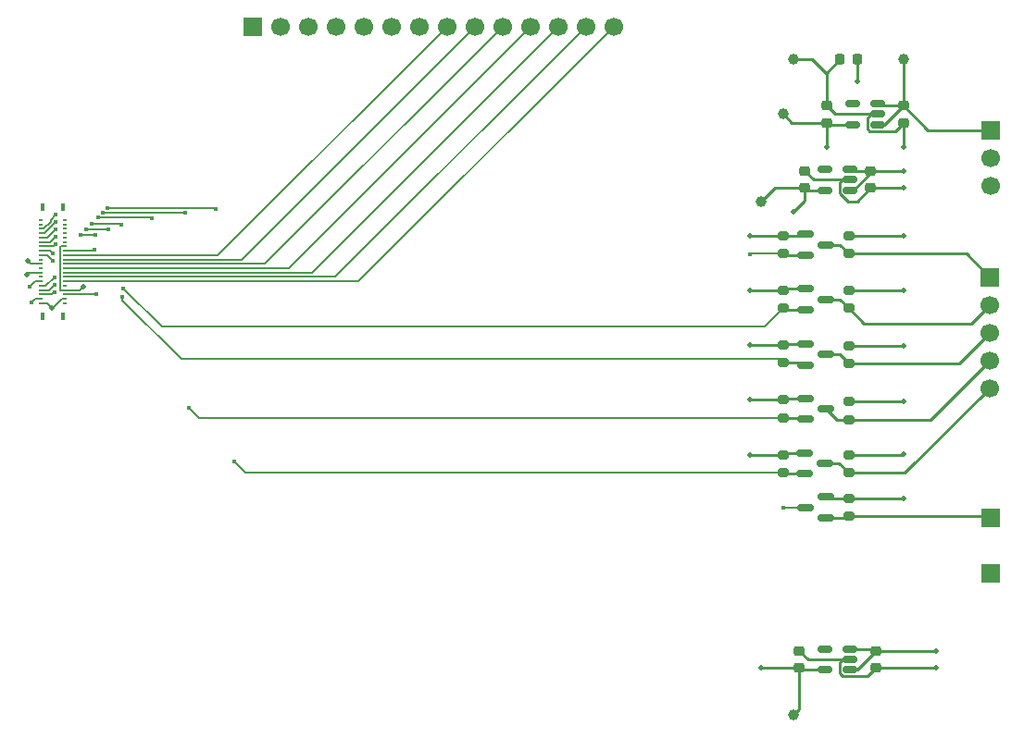
<source format=gbr>
%TF.GenerationSoftware,KiCad,Pcbnew,9.0.2*%
%TF.CreationDate,2025-06-27T23:26:37+02:00*%
%TF.ProjectId,gp-bbq20kbd-breakout-board,67702d62-6271-4323-906b-62642d627265,rev?*%
%TF.SameCoordinates,Original*%
%TF.FileFunction,Copper,L1,Top*%
%TF.FilePolarity,Positive*%
%FSLAX46Y46*%
G04 Gerber Fmt 4.6, Leading zero omitted, Abs format (unit mm)*
G04 Created by KiCad (PCBNEW 9.0.2) date 2025-06-27 23:26:37*
%MOMM*%
%LPD*%
G01*
G04 APERTURE LIST*
G04 Aperture macros list*
%AMRoundRect*
0 Rectangle with rounded corners*
0 $1 Rounding radius*
0 $2 $3 $4 $5 $6 $7 $8 $9 X,Y pos of 4 corners*
0 Add a 4 corners polygon primitive as box body*
4,1,4,$2,$3,$4,$5,$6,$7,$8,$9,$2,$3,0*
0 Add four circle primitives for the rounded corners*
1,1,$1+$1,$2,$3*
1,1,$1+$1,$4,$5*
1,1,$1+$1,$6,$7*
1,1,$1+$1,$8,$9*
0 Add four rect primitives between the rounded corners*
20,1,$1+$1,$2,$3,$4,$5,0*
20,1,$1+$1,$4,$5,$6,$7,0*
20,1,$1+$1,$6,$7,$8,$9,0*
20,1,$1+$1,$8,$9,$2,$3,0*%
G04 Aperture macros list end*
%TA.AperFunction,SMDPad,CuDef*%
%ADD10RoundRect,0.150000X-0.587500X-0.150000X0.587500X-0.150000X0.587500X0.150000X-0.587500X0.150000X0*%
%TD*%
%TA.AperFunction,SMDPad,CuDef*%
%ADD11RoundRect,0.150000X0.512500X0.150000X-0.512500X0.150000X-0.512500X-0.150000X0.512500X-0.150000X0*%
%TD*%
%TA.AperFunction,SMDPad,CuDef*%
%ADD12RoundRect,0.225000X-0.250000X0.225000X-0.250000X-0.225000X0.250000X-0.225000X0.250000X0.225000X0*%
%TD*%
%TA.AperFunction,SMDPad,CuDef*%
%ADD13RoundRect,0.200000X0.275000X-0.200000X0.275000X0.200000X-0.275000X0.200000X-0.275000X-0.200000X0*%
%TD*%
%TA.AperFunction,SMDPad,CuDef*%
%ADD14R,0.431800X0.254000*%
%TD*%
%TA.AperFunction,SMDPad,CuDef*%
%ADD15R,0.330200X0.762000*%
%TD*%
%TA.AperFunction,ComponentPad*%
%ADD16R,1.700000X1.700000*%
%TD*%
%TA.AperFunction,SMDPad,CuDef*%
%ADD17RoundRect,0.218750X-0.218750X-0.256250X0.218750X-0.256250X0.218750X0.256250X-0.218750X0.256250X0*%
%TD*%
%TA.AperFunction,SMDPad,CuDef*%
%ADD18C,1.000000*%
%TD*%
%TA.AperFunction,ComponentPad*%
%ADD19C,1.700000*%
%TD*%
%TA.AperFunction,SMDPad,CuDef*%
%ADD20RoundRect,0.225000X0.250000X-0.225000X0.250000X0.225000X-0.250000X0.225000X-0.250000X-0.225000X0*%
%TD*%
%TA.AperFunction,SMDPad,CuDef*%
%ADD21RoundRect,0.200000X-0.275000X0.200000X-0.275000X-0.200000X0.275000X-0.200000X0.275000X0.200000X0*%
%TD*%
%TA.AperFunction,SMDPad,CuDef*%
%ADD22RoundRect,0.150000X0.587500X0.150000X-0.587500X0.150000X-0.587500X-0.150000X0.587500X-0.150000X0*%
%TD*%
%TA.AperFunction,ViaPad*%
%ADD23C,0.500000*%
%TD*%
%TA.AperFunction,ViaPad*%
%ADD24C,0.400000*%
%TD*%
%TA.AperFunction,Conductor*%
%ADD25C,0.250000*%
%TD*%
%TA.AperFunction,Conductor*%
%ADD26C,0.200000*%
%TD*%
G04 APERTURE END LIST*
D10*
%TO.P,Q3,1,G*%
%TO.N,+1V8*%
X171062500Y-81050000D03*
%TO.P,Q3,2,S*%
%TO.N,/bbq20kbd_connector/TP_SCL_1V8*%
X171062500Y-82950000D03*
%TO.P,Q3,3,D*%
%TO.N,/TP_SCL*%
X172937500Y-82000000D03*
%TD*%
D11*
%TO.P,U3,1,IN*%
%TO.N,+3V3*%
X175137500Y-110862500D03*
%TO.P,U3,2,GND*%
%TO.N,GND*%
X175137500Y-109912500D03*
%TO.P,U3,3,EN*%
%TO.N,+3V3*%
X175137500Y-108962500D03*
%TO.P,U3,4,NR*%
%TO.N,unconnected-(U3-NR-Pad4)*%
X172862500Y-108962500D03*
%TO.P,U3,5,OUT*%
%TO.N,+2V8*%
X172862500Y-110862500D03*
%TD*%
D12*
%TO.P,C3,1*%
%TO.N,+3V3*%
X177000000Y-65225000D03*
%TO.P,C3,2*%
%TO.N,GND*%
X177000000Y-66775000D03*
%TD*%
D13*
%TO.P,R9,1*%
%TO.N,/TP_RESET*%
X175000000Y-92825000D03*
%TO.P,R9,2*%
%TO.N,+3V3*%
X175000000Y-91175000D03*
%TD*%
%TO.P,R6,1*%
%TO.N,/bbq20kbd_connector/TP_SCL_1V8*%
X169000000Y-82775000D03*
%TO.P,R6,2*%
%TO.N,+1V8*%
X169000000Y-81125000D03*
%TD*%
%TO.P,R7,1*%
%TO.N,/TP_MOTION*%
X175000000Y-87950000D03*
%TO.P,R7,2*%
%TO.N,+3V3*%
X175000000Y-86300000D03*
%TD*%
%TO.P,R3,1*%
%TO.N,/TP_SDA*%
X175000000Y-77775000D03*
%TO.P,R3,2*%
%TO.N,+3V3*%
X175000000Y-76125000D03*
%TD*%
D10*
%TO.P,Q4,1,G*%
%TO.N,+1V8*%
X171062500Y-86000000D03*
%TO.P,Q4,2,S*%
%TO.N,/bbq20kbd_connector/TP_MOTION_1V8*%
X171062500Y-87900000D03*
%TO.P,Q4,3,D*%
%TO.N,/TP_MOTION*%
X172937500Y-86950000D03*
%TD*%
D14*
%TO.P,J8,1,GND*%
%TO.N,GND*%
X101116200Y-77300000D03*
%TO.P,J8,2,~{TP_RESET}*%
%TO.N,/bbq20kbd_connector/TP_RESET_1V8*%
X101116200Y-76899998D03*
%TO.P,J8,3,TP_MOTION*%
%TO.N,/bbq20kbd_connector/TP_MOTION_1V8*%
X101116200Y-76499999D03*
%TO.P,J8,4,TP_SCL*%
%TO.N,/bbq20kbd_connector/TP_SCL_1V8*%
X101116200Y-76100000D03*
%TO.P,J8,5,TP_SCA*%
%TO.N,/bbq20kbd_connector/TP_SDA_1V8*%
X101116200Y-75700001D03*
%TO.P,J8,6,~{TP_SHUTDOWN}*%
%TO.N,/bbq20kbd_connector/TP_SHUTDOWN_1V8*%
X101116200Y-75299999D03*
%TO.P,J8,7,N.C*%
%TO.N,unconnected-(J8-N.C-Pad7)*%
X101116200Y-74900000D03*
%TO.P,J8,8,VDD_KBD*%
%TO.N,+2V8*%
X101116200Y-74500001D03*
%TO.P,J8,9,N.C*%
%TO.N,unconnected-(J8-N.C-Pad9)*%
X101116200Y-74099999D03*
%TO.P,J8,10,VDD_TP*%
%TO.N,+1V8*%
X101116200Y-73700000D03*
%TO.P,J8,11,N.C*%
%TO.N,unconnected-(J8-N.C-Pad11)*%
X101116200Y-73300000D03*
%TO.P,J8,12,KBD_COL0*%
%TO.N,/KBD_COL0*%
X101116200Y-72900001D03*
%TO.P,J8,13,KBD_COL1*%
%TO.N,/KBD_COL1*%
X101116200Y-72499999D03*
%TO.P,J8,14,KBD_COL2*%
%TO.N,/KBD_COL2*%
X101116200Y-72100000D03*
%TO.P,J8,15,KBD_COL3*%
%TO.N,/KBD_COL3*%
X101116200Y-71700001D03*
%TO.P,J8,16,KBD_COL4*%
%TO.N,/KBD_COL4*%
X101116200Y-71299999D03*
%TO.P,J8,17,KBD_COL5*%
%TO.N,/KBD_COL5*%
X101116200Y-70900000D03*
%TO.P,J8,18,KBD_COL6*%
%TO.N,/KBD_COL6*%
X101116200Y-70500001D03*
%TO.P,J8,19,N.C*%
%TO.N,unconnected-(J8-N.C-Pad19)*%
X101116200Y-70099999D03*
%TO.P,J8,20,N.C*%
%TO.N,unconnected-(J8-N.C-Pad20)*%
X101116200Y-69700000D03*
%TO.P,J8,21,N.C*%
%TO.N,unconnected-(J8-N.C-Pad21)*%
X103296200Y-77300000D03*
%TO.P,J8,22,AGND*%
%TO.N,GND*%
X103296200Y-76899998D03*
%TO.P,J8,23,MIC*%
%TO.N,/MIC*%
X103296200Y-76499999D03*
%TO.P,J8,24,VDD_MIC*%
%TO.N,+3V3*%
X103296200Y-76100000D03*
%TO.P,J8,25,N.C*%
%TO.N,unconnected-(J8-N.C-Pad25)*%
X103296200Y-75700001D03*
%TO.P,J8,26,KBD_ROW6*%
%TO.N,/KBD_ROW6*%
X103296200Y-75299999D03*
%TO.P,J8,27,KBD_ROW5*%
%TO.N,/KBD_ROW5*%
X103296200Y-74900000D03*
%TO.P,J8,28,KBD_ROW4*%
%TO.N,/KBD_ROW4*%
X103296200Y-74500001D03*
%TO.P,J8,29,KBD_ROW3*%
%TO.N,/KBD_ROW3*%
X103296200Y-74099999D03*
%TO.P,J8,30,KBD_ROW2*%
%TO.N,/KBD_ROW2*%
X103296200Y-73700000D03*
%TO.P,J8,31,KBD_ROW1*%
%TO.N,/KBD_ROW1*%
X103296200Y-73300000D03*
%TO.P,J8,32,KBD_ROW0*%
%TO.N,/KBD_ROW0*%
X103296200Y-72900001D03*
%TO.P,J8,33,BKL*%
%TO.N,/bbq20kbd_connector/BKL*%
X103296200Y-72499999D03*
%TO.P,J8,34,VDD_BKL*%
%TO.N,+3V3*%
X103296200Y-72100000D03*
%TO.P,J8,35,N.C*%
%TO.N,unconnected-(J8-N.C-Pad35)*%
X103296200Y-71700001D03*
%TO.P,J8,36,N.C*%
%TO.N,unconnected-(J8-N.C-Pad36)*%
X103296200Y-71299999D03*
%TO.P,J8,37,N.C*%
%TO.N,unconnected-(J8-N.C-Pad37)*%
X103296200Y-70900000D03*
%TO.P,J8,38,N.C*%
%TO.N,unconnected-(J8-N.C-Pad38)*%
X103296200Y-70500001D03*
%TO.P,J8,39,N.C*%
%TO.N,unconnected-(J8-N.C-Pad39)*%
X103296200Y-70099999D03*
%TO.P,J8,40,N.C*%
%TO.N,unconnected-(J8-N.C-Pad40)*%
X103296200Y-69700000D03*
D15*
%TO.P,J8,41,N.C*%
%TO.N,unconnected-(J8-N.C-Pad41)*%
X103131199Y-78510000D03*
%TO.P,J8,42,N.C*%
%TO.N,unconnected-(J8-N.C-Pad42)*%
X103131199Y-68490000D03*
%TO.P,J8,43,N.C*%
%TO.N,unconnected-(J8-N.C-Pad43)*%
X101281200Y-78510000D03*
%TO.P,J8,44,N.C*%
%TO.N,unconnected-(J8-N.C-Pad44)*%
X101281200Y-68490000D03*
%TD*%
D16*
%TO.P,J5,1,Pin_1*%
%TO.N,/KBD_BKL*%
X188000000Y-97000000D03*
%TD*%
D17*
%TO.P,D1,1,K*%
%TO.N,GND*%
X174212500Y-55000000D03*
%TO.P,D1,2,A*%
%TO.N,+3V3*%
X175787500Y-55000000D03*
%TD*%
D13*
%TO.P,R2,1*%
%TO.N,/bbq20kbd_connector/TP_SHUTDOWN_1V8*%
X169000000Y-72775000D03*
%TO.P,R2,2*%
%TO.N,+1V8*%
X169000000Y-71125000D03*
%TD*%
D10*
%TO.P,Q2,1,G*%
%TO.N,+1V8*%
X171062500Y-76000000D03*
%TO.P,Q2,2,S*%
%TO.N,/bbq20kbd_connector/TP_SDA_1V8*%
X171062500Y-77900000D03*
%TO.P,Q2,3,D*%
%TO.N,/TP_SDA*%
X172937500Y-76950000D03*
%TD*%
D18*
%TO.P,TP3,1,1*%
%TO.N,+2V8*%
X170000000Y-115000000D03*
%TD*%
%TO.P,TP1,1,1*%
%TO.N,+5V*%
X180000000Y-55000000D03*
%TD*%
D16*
%TO.P,J3,1,Pin_1*%
%TO.N,/TP_SHUTDOWN*%
X187900000Y-74920000D03*
D19*
%TO.P,J3,2,Pin_2*%
%TO.N,/TP_SDA*%
X187900000Y-77460000D03*
%TO.P,J3,3,Pin_3*%
%TO.N,/TP_SCL*%
X187900000Y-80000000D03*
%TO.P,J3,4,Pin_4*%
%TO.N,/TP_MOTION*%
X187900000Y-82540000D03*
%TO.P,J3,5,Pin_5*%
%TO.N,/TP_RESET*%
X187900000Y-85080000D03*
%TD*%
D10*
%TO.P,Q1,1,G*%
%TO.N,+1V8*%
X171062500Y-71000000D03*
%TO.P,Q1,2,S*%
%TO.N,/bbq20kbd_connector/TP_SHUTDOWN_1V8*%
X171062500Y-72900000D03*
%TO.P,Q1,3,D*%
%TO.N,/TP_SHUTDOWN*%
X172937500Y-71950000D03*
%TD*%
D20*
%TO.P,C6,1*%
%TO.N,+2V8*%
X170500000Y-110687500D03*
%TO.P,C6,2*%
%TO.N,GND*%
X170500000Y-109137500D03*
%TD*%
D16*
%TO.P,J1,1,Pin_1*%
%TO.N,+5V*%
X188000000Y-61460000D03*
D19*
%TO.P,J1,2,Pin_2*%
%TO.N,+3V3*%
X188000000Y-64000000D03*
%TO.P,J1,3,Pin_3*%
%TO.N,GND*%
X188000000Y-66540000D03*
%TD*%
D10*
%TO.P,Q5,1,G*%
%TO.N,+1V8*%
X171000000Y-91000000D03*
%TO.P,Q5,2,S*%
%TO.N,/bbq20kbd_connector/TP_RESET_1V8*%
X171000000Y-92900000D03*
%TO.P,Q5,3,D*%
%TO.N,/TP_RESET*%
X172875000Y-91950000D03*
%TD*%
D13*
%TO.P,R4,1*%
%TO.N,/bbq20kbd_connector/TP_SDA_1V8*%
X169000000Y-77775000D03*
%TO.P,R4,2*%
%TO.N,+1V8*%
X169000000Y-76125000D03*
%TD*%
D20*
%TO.P,C4,1*%
%TO.N,+1V8*%
X171000000Y-66725000D03*
%TO.P,C4,2*%
%TO.N,GND*%
X171000000Y-65175000D03*
%TD*%
D13*
%TO.P,R10,1*%
%TO.N,/bbq20kbd_connector/TP_RESET_1V8*%
X169000000Y-92825000D03*
%TO.P,R10,2*%
%TO.N,+1V8*%
X169000000Y-91175000D03*
%TD*%
%TO.P,R5,1*%
%TO.N,/TP_SCL*%
X175000000Y-82825000D03*
%TO.P,R5,2*%
%TO.N,+3V3*%
X175000000Y-81175000D03*
%TD*%
D11*
%TO.P,U1,1,IN*%
%TO.N,+5V*%
X177637500Y-60950000D03*
%TO.P,U1,2,GND*%
%TO.N,GND*%
X177637500Y-60000000D03*
%TO.P,U1,3,EN*%
%TO.N,+5V*%
X177637500Y-59050000D03*
%TO.P,U1,4,NR*%
%TO.N,unconnected-(U1-NR-Pad4)*%
X175362500Y-59050000D03*
%TO.P,U1,5,OUT*%
%TO.N,+3V3*%
X175362500Y-60950000D03*
%TD*%
D16*
%TO.P,J2,1,Pin_1*%
%TO.N,/KBD_COL0*%
X120490000Y-52000000D03*
D19*
%TO.P,J2,2,Pin_2*%
%TO.N,/KBD_COL1*%
X123030000Y-52000000D03*
%TO.P,J2,3,Pin_3*%
%TO.N,/KBD_COL2*%
X125570000Y-52000000D03*
%TO.P,J2,4,Pin_4*%
%TO.N,/KBD_COL3*%
X128110000Y-52000000D03*
%TO.P,J2,5,Pin_5*%
%TO.N,/KBD_COL4*%
X130650000Y-52000000D03*
%TO.P,J2,6,Pin_6*%
%TO.N,/KBD_COL5*%
X133190000Y-52000000D03*
%TO.P,J2,7,Pin_7*%
%TO.N,/KBD_COL6*%
X135730000Y-52000000D03*
%TO.P,J2,8,Pin_8*%
%TO.N,/KBD_ROW0*%
X138270000Y-52000000D03*
%TO.P,J2,9,Pin_9*%
%TO.N,/KBD_ROW1*%
X140810000Y-52000000D03*
%TO.P,J2,10,Pin_10*%
%TO.N,/KBD_ROW2*%
X143350000Y-52000000D03*
%TO.P,J2,11,Pin_11*%
%TO.N,/KBD_ROW3*%
X145890000Y-52000000D03*
%TO.P,J2,12,Pin_12*%
%TO.N,/KBD_ROW4*%
X148430000Y-52000000D03*
%TO.P,J2,13,Pin_13*%
%TO.N,/KBD_ROW5*%
X150970000Y-52000000D03*
%TO.P,J2,14,Pin_14*%
%TO.N,/KBD_ROW6*%
X153510000Y-52000000D03*
%TD*%
D18*
%TO.P,TP5,1,1*%
%TO.N,GND*%
X170000000Y-55000000D03*
%TD*%
D20*
%TO.P,C5,1*%
%TO.N,GND*%
X177500000Y-110687500D03*
%TO.P,C5,2*%
%TO.N,+3V3*%
X177500000Y-109137500D03*
%TD*%
D11*
%TO.P,U2,1,IN*%
%TO.N,+3V3*%
X175137500Y-66950000D03*
%TO.P,U2,2,GND*%
%TO.N,GND*%
X175137500Y-66000000D03*
%TO.P,U2,3,EN*%
%TO.N,+3V3*%
X175137500Y-65050000D03*
%TO.P,U2,4,NR*%
%TO.N,unconnected-(U2-NR-Pad4)*%
X172862500Y-65050000D03*
%TO.P,U2,5,OUT*%
%TO.N,+1V8*%
X172862500Y-66950000D03*
%TD*%
D18*
%TO.P,TP4,1,1*%
%TO.N,+1V8*%
X167000000Y-68000000D03*
%TD*%
D16*
%TO.P,J4,1,Pin_1*%
%TO.N,/MIC*%
X188000000Y-102000000D03*
%TD*%
D21*
%TO.P,R11,1*%
%TO.N,GND*%
X175000000Y-95175000D03*
%TO.P,R11,2*%
%TO.N,/KBD_BKL*%
X175000000Y-96825000D03*
%TD*%
D13*
%TO.P,R1,1*%
%TO.N,/TP_SHUTDOWN*%
X175000000Y-72775000D03*
%TO.P,R1,2*%
%TO.N,+3V3*%
X175000000Y-71125000D03*
%TD*%
D12*
%TO.P,C1,1*%
%TO.N,+5V*%
X180000000Y-59225000D03*
%TO.P,C1,2*%
%TO.N,GND*%
X180000000Y-60775000D03*
%TD*%
D22*
%TO.P,Q6,1,G*%
%TO.N,/KBD_BKL*%
X172937500Y-96950000D03*
%TO.P,Q6,2,S*%
%TO.N,GND*%
X172937500Y-95050000D03*
%TO.P,Q6,3,D*%
%TO.N,/bbq20kbd_connector/BKL*%
X171062500Y-96000000D03*
%TD*%
D18*
%TO.P,TP2,1,1*%
%TO.N,+3V3*%
X169000000Y-60000000D03*
%TD*%
D20*
%TO.P,C2,1*%
%TO.N,+3V3*%
X173000000Y-60775000D03*
%TO.P,C2,2*%
%TO.N,GND*%
X173000000Y-59225000D03*
%TD*%
D13*
%TO.P,R8,1*%
%TO.N,/bbq20kbd_connector/TP_MOTION_1V8*%
X169000000Y-87775000D03*
%TO.P,R8,2*%
%TO.N,+1V8*%
X169000000Y-86125000D03*
%TD*%
D23*
%TO.N,+1V8*%
X170000000Y-68900000D03*
%TO.N,+3V3*%
X180030000Y-91140000D03*
%TO.N,GND*%
X183010000Y-110690000D03*
X180000000Y-95140000D03*
X102120000Y-77730000D03*
X179995000Y-66775000D03*
X180010000Y-62990000D03*
%TO.N,+3V3*%
X180000000Y-76120000D03*
X180000000Y-71120000D03*
X180020000Y-81190000D03*
X105010000Y-75820000D03*
X180000000Y-86300000D03*
X173000000Y-63000000D03*
X175790000Y-57010000D03*
X180010000Y-65210000D03*
X182990000Y-109140000D03*
%TO.N,+1V8*%
X165990000Y-71130000D03*
X165990000Y-81120000D03*
X165990000Y-91180000D03*
X166000000Y-86140000D03*
X166000000Y-76120000D03*
X99910000Y-73430000D03*
%TO.N,+2V8*%
X166960000Y-110670000D03*
X99883412Y-74716588D03*
D24*
%TO.N,/KBD_COL6*%
X107226801Y-68553152D03*
X102480000Y-69206317D03*
X117163199Y-68663199D03*
%TO.N,/KBD_COL2*%
X102480000Y-71891228D03*
X107320000Y-70580000D03*
X105286801Y-70546801D03*
%TO.N,/KBD_COL3*%
X102480000Y-71220000D03*
X105801801Y-70031801D03*
X108458199Y-70078199D03*
%TO.N,/KBD_COL1*%
X104776801Y-71056801D03*
X102270000Y-72760000D03*
X106150000Y-71020000D03*
%TO.N,/KBD_COL4*%
X106350901Y-69482702D03*
X111248199Y-69498199D03*
X102480000Y-70548772D03*
%TO.N,/KBD_COL0*%
X102200000Y-73400000D03*
%TO.N,/KBD_COL5*%
X114350000Y-69030000D03*
X102480000Y-69877545D03*
X106830450Y-69003152D03*
%TO.N,/bbq20kbd_connector/TP_SHUTDOWN_1V8*%
X100100000Y-75790000D03*
X166000000Y-72830000D03*
%TO.N,/bbq20kbd_connector/TP_SCL_1V8*%
X102380301Y-75617106D03*
X108620000Y-76720000D03*
%TO.N,/MIC*%
X106180000Y-76490000D03*
%TO.N,/bbq20kbd_connector/TP_SDA_1V8*%
X108700000Y-75930000D03*
X102380300Y-74910000D03*
%TO.N,/bbq20kbd_connector/TP_MOTION_1V8*%
X114666446Y-86863554D03*
X102420000Y-76330000D03*
%TO.N,/bbq20kbd_connector/TP_RESET_1V8*%
X100260000Y-77270000D03*
X118790000Y-91800000D03*
%TO.N,/bbq20kbd_connector/BKL*%
X169000000Y-95990000D03*
X106020000Y-72430000D03*
%TD*%
D25*
%TO.N,/TP_RESET*%
X172875000Y-91950000D02*
X174125000Y-91950000D01*
X174125000Y-91950000D02*
X175000000Y-92825000D01*
%TO.N,+1V8*%
X171000000Y-67900000D02*
X170000000Y-68900000D01*
X171000000Y-66725000D02*
X171000000Y-67900000D01*
X171062500Y-86000000D02*
X169125000Y-86000000D01*
X169125000Y-86000000D02*
X169000000Y-86125000D01*
%TO.N,/bbq20kbd_connector/TP_MOTION_1V8*%
X171062500Y-87817500D02*
X171100000Y-87780000D01*
X171062500Y-87900000D02*
X171062500Y-87817500D01*
X171095000Y-87775000D02*
X169000000Y-87775000D01*
X171100000Y-87780000D02*
X171095000Y-87775000D01*
%TO.N,+3V3*%
X179995000Y-91175000D02*
X180030000Y-91140000D01*
X175000000Y-91175000D02*
X179995000Y-91175000D01*
%TO.N,+5V*%
X177812500Y-59225000D02*
X177637500Y-59050000D01*
X188000000Y-61460000D02*
X182235000Y-61460000D01*
X182235000Y-61460000D02*
X180000000Y-59225000D01*
X178275000Y-60950000D02*
X180000000Y-59225000D01*
X180000000Y-59225000D02*
X177812500Y-59225000D01*
X180000000Y-59225000D02*
X180000000Y-55000000D01*
X177637500Y-60950000D02*
X178275000Y-60950000D01*
%TO.N,GND*%
X175137500Y-66000000D02*
X171825000Y-66000000D01*
X174475001Y-66000000D02*
X174199000Y-66276001D01*
X171825000Y-66000000D02*
X171000000Y-65175000D01*
X180000000Y-60775000D02*
X180000000Y-62980000D01*
X174199000Y-67280612D02*
X174918388Y-68000000D01*
D26*
X101690000Y-77300000D02*
X102120000Y-77730000D01*
D25*
X177100000Y-60000000D02*
X177637500Y-60000000D01*
X176699000Y-61280612D02*
X176699000Y-60401000D01*
X177637500Y-60000000D02*
X173775000Y-60000000D01*
X175000000Y-95175000D02*
X179965000Y-95175000D01*
X177500000Y-110687500D02*
X176749000Y-111438500D01*
X179249000Y-61526000D02*
X176944388Y-61526000D01*
X175000000Y-95175000D02*
X173062500Y-95175000D01*
X174475001Y-109912500D02*
X175137500Y-109912500D01*
X170000000Y-55000000D02*
X171650000Y-55000000D01*
X180000000Y-60775000D02*
X179249000Y-61526000D01*
D26*
X102120000Y-77730000D02*
X102230000Y-77730000D01*
D25*
X176699000Y-60401000D02*
X177100000Y-60000000D01*
X173000000Y-56212500D02*
X174212500Y-55000000D01*
X176749000Y-111438500D02*
X174444388Y-111438500D01*
X180000000Y-66780000D02*
X179995000Y-66775000D01*
D26*
X103060002Y-76899998D02*
X103296200Y-76899998D01*
D25*
X173000000Y-59225000D02*
X173000000Y-56350000D01*
X170500000Y-109137500D02*
X171275000Y-109912500D01*
X173775000Y-60000000D02*
X173000000Y-59225000D01*
D26*
X101116200Y-77300000D02*
X101690000Y-77300000D01*
D25*
X183007500Y-110687500D02*
X183010000Y-110690000D01*
X174918388Y-68000000D02*
X175775000Y-68000000D01*
X174199000Y-110188501D02*
X174475001Y-109912500D01*
X179965000Y-95175000D02*
X180000000Y-95140000D01*
X176944388Y-61526000D02*
X176699000Y-61280612D01*
X174199000Y-66276001D02*
X174199000Y-67280612D01*
X173062500Y-95175000D02*
X172937500Y-95050000D01*
X171275000Y-109912500D02*
X175137500Y-109912500D01*
X175775000Y-68000000D02*
X177000000Y-66775000D01*
X173000000Y-56350000D02*
X173000000Y-56212500D01*
D26*
X102230000Y-77730000D02*
X103060002Y-76899998D01*
D25*
X177000000Y-66775000D02*
X179995000Y-66775000D01*
X174199000Y-111193112D02*
X174199000Y-110188501D01*
X175137500Y-66000000D02*
X174475001Y-66000000D01*
X180000000Y-62980000D02*
X180010000Y-62990000D01*
X174444388Y-111438500D02*
X174199000Y-111193112D01*
X171650000Y-55000000D02*
X173000000Y-56350000D01*
X177500000Y-110687500D02*
X183007500Y-110687500D01*
D26*
%TO.N,+3V3*%
X102880300Y-76100000D02*
X102880300Y-72170999D01*
X104981479Y-75820000D02*
X105010000Y-75820000D01*
D25*
X173175000Y-60950000D02*
X173000000Y-60775000D01*
X175312500Y-65225000D02*
X175137500Y-65050000D01*
X175137500Y-110862500D02*
X175799999Y-110862500D01*
D26*
X103296200Y-76100000D02*
X104701479Y-76100000D01*
D25*
X173000000Y-60775000D02*
X169775000Y-60775000D01*
X175137500Y-108962500D02*
X177325000Y-108962500D01*
X169775000Y-60775000D02*
X169000000Y-60000000D01*
X175000000Y-86300000D02*
X180000000Y-86300000D01*
X179995000Y-76125000D02*
X180000000Y-76120000D01*
X175137500Y-66950000D02*
X175456612Y-66950000D01*
X177500000Y-109162499D02*
X177500000Y-109137500D01*
X177325000Y-108962500D02*
X177500000Y-109137500D01*
D26*
X102880300Y-72170999D02*
X102951299Y-72100000D01*
X103296200Y-76100000D02*
X102880300Y-76100000D01*
D25*
X177000000Y-65225000D02*
X175312500Y-65225000D01*
X177502500Y-109140000D02*
X182990000Y-109140000D01*
X175799999Y-110862500D02*
X177500000Y-109162499D01*
D26*
X104701479Y-76100000D02*
X104981479Y-75820000D01*
D25*
X177000000Y-65225000D02*
X179995000Y-65225000D01*
X177000000Y-65406612D02*
X177000000Y-65225000D01*
X179995000Y-71125000D02*
X180000000Y-71120000D01*
X175787500Y-57007500D02*
X175790000Y-57010000D01*
D26*
X102951299Y-72100000D02*
X103296200Y-72100000D01*
D25*
X175000000Y-81175000D02*
X180005000Y-81175000D01*
X175362500Y-60950000D02*
X173175000Y-60950000D01*
X175000000Y-76125000D02*
X179995000Y-76125000D01*
X177500000Y-109137500D02*
X177502500Y-109140000D01*
X179995000Y-65225000D02*
X180010000Y-65210000D01*
X175456612Y-66950000D02*
X177000000Y-65406612D01*
X180005000Y-81175000D02*
X180020000Y-81190000D01*
X173000000Y-60775000D02*
X173000000Y-63000000D01*
X175787500Y-55000000D02*
X175787500Y-57007500D01*
X175000000Y-71125000D02*
X179995000Y-71125000D01*
%TO.N,+1V8*%
X169000000Y-86125000D02*
X166015000Y-86125000D01*
X169000000Y-91175000D02*
X165995000Y-91175000D01*
X165995000Y-91175000D02*
X165990000Y-91180000D01*
X168275000Y-66725000D02*
X167000000Y-68000000D01*
X171000000Y-66725000D02*
X168275000Y-66725000D01*
X169000000Y-71125000D02*
X170937500Y-71125000D01*
X167015000Y-76125000D02*
X169000000Y-76125000D01*
X166995000Y-81125000D02*
X169000000Y-81125000D01*
X171062500Y-76000000D02*
X169125000Y-76000000D01*
X169075000Y-81050000D02*
X169000000Y-81125000D01*
D26*
X101116200Y-73700000D02*
X100180000Y-73700000D01*
D25*
X167010000Y-71130000D02*
X167015000Y-71125000D01*
D26*
X100180000Y-73700000D02*
X99910000Y-73430000D01*
D25*
X171000000Y-91000000D02*
X169175000Y-91000000D01*
X167015000Y-71125000D02*
X169000000Y-71125000D01*
X166015000Y-86125000D02*
X166000000Y-86140000D01*
X171062500Y-81050000D02*
X169075000Y-81050000D01*
X169175000Y-91000000D02*
X169000000Y-91175000D01*
X172862500Y-66950000D02*
X171225000Y-66950000D01*
X171225000Y-66950000D02*
X171000000Y-66725000D01*
X165990000Y-71130000D02*
X167010000Y-71130000D01*
X169125000Y-76000000D02*
X169000000Y-76125000D01*
X167010000Y-76120000D02*
X167015000Y-76125000D01*
X166990000Y-81120000D02*
X166995000Y-81125000D01*
X170937500Y-71125000D02*
X171062500Y-71000000D01*
X165990000Y-81120000D02*
X166990000Y-81120000D01*
X166000000Y-76120000D02*
X167010000Y-76120000D01*
%TO.N,+2V8*%
X170500000Y-110687500D02*
X166977500Y-110687500D01*
X170675000Y-110862500D02*
X170500000Y-110687500D01*
X166977500Y-110687500D02*
X166960000Y-110670000D01*
D26*
X99883412Y-74560474D02*
X99893886Y-74550000D01*
D25*
X170500000Y-114500000D02*
X170000000Y-115000000D01*
D26*
X101066201Y-74550000D02*
X101116200Y-74500001D01*
D25*
X170500000Y-110687500D02*
X170500000Y-114500000D01*
D26*
X99893886Y-74550000D02*
X101066201Y-74550000D01*
D25*
X172862500Y-110862500D02*
X170675000Y-110862500D01*
D26*
X99883412Y-74716588D02*
X99883412Y-74560474D01*
%TO.N,/KBD_ROW6*%
X153510000Y-52000000D02*
X130210001Y-75299999D01*
X130210001Y-75299999D02*
X103296200Y-75299999D01*
D25*
%TO.N,/TP_SHUTDOWN*%
X174175000Y-71950000D02*
X175000000Y-72775000D01*
X175000000Y-72775000D02*
X185755000Y-72775000D01*
X185755000Y-72775000D02*
X187900000Y-74920000D01*
X172937500Y-71950000D02*
X174175000Y-71950000D01*
D26*
%TO.N,/KBD_COL6*%
X117053152Y-68553152D02*
X117163199Y-68663199D01*
X102029000Y-69657317D02*
X102480000Y-69206317D01*
X102029000Y-69832157D02*
X102029000Y-69657317D01*
X101361156Y-70500001D02*
X102029000Y-69832157D01*
X107226801Y-68553152D02*
X117053152Y-68553152D01*
X101116200Y-70500001D02*
X101361156Y-70500001D01*
D25*
%TO.N,/TP_RESET*%
X175000000Y-92825000D02*
X180155000Y-92825000D01*
X180155000Y-92825000D02*
X187900000Y-85080000D01*
D26*
%TO.N,/KBD_ROW3*%
X123790000Y-74100000D02*
X103296200Y-74099999D01*
X145890000Y-52000000D02*
X123790000Y-74100000D01*
%TO.N,/KBD_COL2*%
X101116200Y-72100000D02*
X102271228Y-72100000D01*
X105286801Y-70546801D02*
X107286801Y-70546801D01*
X107286801Y-70546801D02*
X107320000Y-70580000D01*
X102271228Y-72100000D02*
X102480000Y-71891228D01*
%TO.N,/KBD_ROW5*%
X150970000Y-52000000D02*
X128070000Y-74900000D01*
X128070000Y-74900000D02*
X103296200Y-74900000D01*
%TO.N,/KBD_COL3*%
X105801801Y-70031801D02*
X108411801Y-70031801D01*
X108411801Y-70031801D02*
X108458199Y-70078199D01*
X101116200Y-71700001D02*
X101999999Y-71700001D01*
X101999999Y-71700001D02*
X102480000Y-71220000D01*
%TO.N,/KBD_COL1*%
X102009999Y-72499999D02*
X101116200Y-72499999D01*
X104776801Y-71056801D02*
X106113199Y-71056801D01*
X102270000Y-72760000D02*
X102009999Y-72499999D01*
X106113199Y-71056801D02*
X106150000Y-71020000D01*
%TO.N,/KBD_ROW1*%
X119510000Y-73300000D02*
X103296200Y-73300000D01*
X140810000Y-52000000D02*
X119510000Y-73300000D01*
%TO.N,/KBD_COL4*%
X101116200Y-71299999D02*
X101728773Y-71299999D01*
X111232702Y-69482702D02*
X111248199Y-69498199D01*
X101728773Y-71299999D02*
X102480000Y-70548772D01*
X106350901Y-69482702D02*
X111232702Y-69482702D01*
%TO.N,/KBD_ROW4*%
X148430000Y-52000000D02*
X125929999Y-74500001D01*
X125929999Y-74500001D02*
X103296200Y-74500001D01*
%TO.N,/KBD_COL0*%
X101116200Y-72900001D02*
X101700001Y-72900001D01*
X101700001Y-72900001D02*
X102200000Y-73400000D01*
%TO.N,/KBD_COL5*%
X114323152Y-69003152D02*
X114350000Y-69030000D01*
X101116200Y-70900000D02*
X101457545Y-70900000D01*
X106830450Y-69003152D02*
X114323152Y-69003152D01*
X101457545Y-70900000D02*
X102480000Y-69877545D01*
%TO.N,/KBD_ROW0*%
X117340000Y-72930000D02*
X138270000Y-52000000D01*
X103296200Y-72900001D02*
X103326199Y-72930000D01*
X103326199Y-72930000D02*
X117340000Y-72930000D01*
%TO.N,/KBD_ROW2*%
X103296200Y-73700000D02*
X121650000Y-73700000D01*
X121650000Y-73700000D02*
X143350000Y-52000000D01*
%TO.N,/bbq20kbd_connector/TP_SHUTDOWN_1V8*%
X166000000Y-72830000D02*
X166050000Y-72780000D01*
D25*
X171062500Y-72900000D02*
X169125000Y-72900000D01*
D26*
X168995000Y-72780000D02*
X169000000Y-72775000D01*
D25*
X169125000Y-72900000D02*
X169000000Y-72775000D01*
D26*
X100649999Y-75299999D02*
X101116200Y-75299999D01*
X100649998Y-75300000D02*
X100649999Y-75299999D01*
X100100000Y-75790000D02*
X100590000Y-75300000D01*
X100590000Y-75300000D02*
X100649998Y-75300000D01*
X166050000Y-72780000D02*
X168995000Y-72780000D01*
%TO.N,/bbq20kbd_connector/TP_SCL_1V8*%
X168595000Y-82370000D02*
X169000000Y-82775000D01*
X101897407Y-76100000D02*
X102380301Y-75617106D01*
D25*
X169000000Y-82775000D02*
X170887500Y-82775000D01*
X170887500Y-82775000D02*
X171062500Y-82950000D01*
D26*
X101116200Y-76100000D02*
X101897407Y-76100000D01*
X113970000Y-82370000D02*
X168595000Y-82370000D01*
X108620000Y-76720000D02*
X108620000Y-77020000D01*
X108620000Y-77020000D02*
X113970000Y-82370000D01*
D25*
%TO.N,/TP_SDA*%
X175000000Y-77775000D02*
X176365000Y-79140000D01*
X176365000Y-79140000D02*
X186220000Y-79140000D01*
X174175000Y-76950000D02*
X175000000Y-77775000D01*
X172937500Y-76950000D02*
X174175000Y-76950000D01*
X186220000Y-79140000D02*
X187900000Y-77460000D01*
%TO.N,/TP_MOTION*%
X173937500Y-87950000D02*
X172937500Y-86950000D01*
X175000000Y-87950000D02*
X182490000Y-87950000D01*
X175000000Y-87950000D02*
X173937500Y-87950000D01*
X182490000Y-87950000D02*
X187900000Y-82540000D01*
%TO.N,/TP_SCL*%
X185075000Y-82825000D02*
X187900000Y-80000000D01*
X175000000Y-82825000D02*
X185075000Y-82825000D01*
X172937500Y-82000000D02*
X174175000Y-82000000D01*
X174175000Y-82000000D02*
X175000000Y-82825000D01*
D26*
%TO.N,/MIC*%
X103296200Y-76499999D02*
X106170001Y-76499999D01*
X106170001Y-76499999D02*
X106180000Y-76490000D01*
D25*
%TO.N,/KBD_BKL*%
X175000000Y-96825000D02*
X187825000Y-96825000D01*
X187825000Y-96825000D02*
X188000000Y-97000000D01*
X174875000Y-96950000D02*
X175000000Y-96825000D01*
X172937500Y-96950000D02*
X174875000Y-96950000D01*
%TO.N,/bbq20kbd_connector/TP_SDA_1V8*%
X171062500Y-77900000D02*
X169125000Y-77900000D01*
D26*
X167345000Y-79430000D02*
X169000000Y-77775000D01*
D25*
X169125000Y-77900000D02*
X169000000Y-77775000D01*
D26*
X101590299Y-75700001D02*
X102380300Y-74910000D01*
X108700000Y-75930000D02*
X112200000Y-79430000D01*
X112200000Y-79430000D02*
X167345000Y-79430000D01*
X101116200Y-75700001D02*
X101590299Y-75700001D01*
%TO.N,/bbq20kbd_connector/TP_MOTION_1V8*%
X102289998Y-76330000D02*
X102119999Y-76499999D01*
X114666446Y-86863554D02*
X115577892Y-87775000D01*
X102420000Y-76330000D02*
X102289998Y-76330000D01*
X115577892Y-87775000D02*
X169000000Y-87775000D01*
X102119999Y-76499999D02*
X101116200Y-76499999D01*
%TO.N,/bbq20kbd_connector/TP_RESET_1V8*%
X119815000Y-92825000D02*
X169000000Y-92825000D01*
X100630002Y-76899998D02*
X100260000Y-77270000D01*
X118790000Y-91800000D02*
X119815000Y-92825000D01*
D25*
X171000000Y-92900000D02*
X169075000Y-92900000D01*
D26*
X101116200Y-76899998D02*
X100630002Y-76899998D01*
D25*
X169075000Y-92900000D02*
X169000000Y-92825000D01*
D26*
%TO.N,/bbq20kbd_connector/BKL*%
X103296200Y-72499999D02*
X105950001Y-72499999D01*
X169320000Y-95990000D02*
X169330000Y-96000000D01*
X169000000Y-95990000D02*
X169320000Y-95990000D01*
X169330000Y-96000000D02*
X171062500Y-96000000D01*
X105950001Y-72499999D02*
X106020000Y-72430000D01*
%TD*%
M02*

</source>
